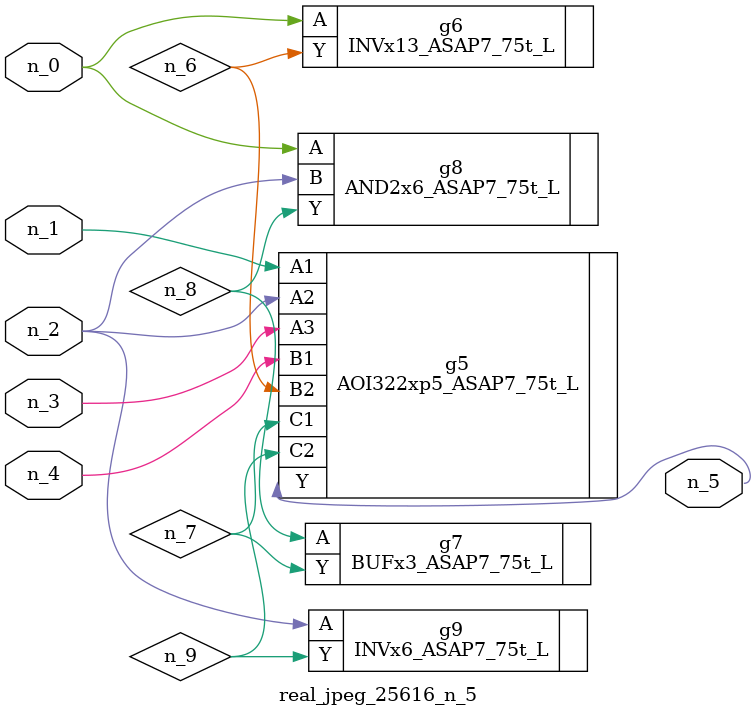
<source format=v>
module real_jpeg_25616_n_5 (n_4, n_0, n_1, n_2, n_3, n_5);

input n_4;
input n_0;
input n_1;
input n_2;
input n_3;

output n_5;

wire n_8;
wire n_6;
wire n_7;
wire n_9;

INVx13_ASAP7_75t_L g6 ( 
.A(n_0),
.Y(n_6)
);

AND2x6_ASAP7_75t_L g8 ( 
.A(n_0),
.B(n_2),
.Y(n_8)
);

AOI322xp5_ASAP7_75t_L g5 ( 
.A1(n_1),
.A2(n_2),
.A3(n_3),
.B1(n_4),
.B2(n_6),
.C1(n_7),
.C2(n_9),
.Y(n_5)
);

INVx6_ASAP7_75t_L g9 ( 
.A(n_2),
.Y(n_9)
);

BUFx3_ASAP7_75t_L g7 ( 
.A(n_8),
.Y(n_7)
);


endmodule
</source>
